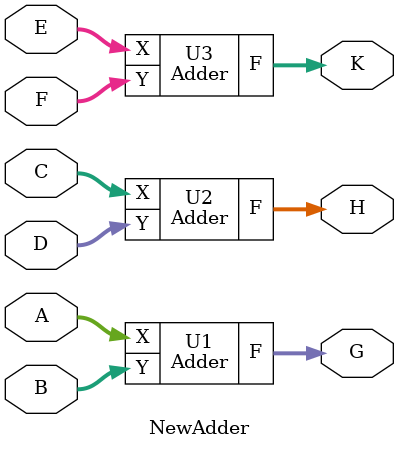
<source format=v>
module Adder(
    input [3:0] X,
    input [3:0] Y,
    output [4:0] F
);

    assign F = X + Y; 

endmodule


module NewAdder(
    input [3:0] A,
    input [3:0] B,
    input [3:0] C,
    input [3:0] D,
    input [3:0] E,
    input [3:0] F,

    output [4:0] G,
    output [4:0] H,
    output [4:0] K
);

    Adder U1(
        .X(A),
        .Y(B),
        .F(G)
    );

    Adder U2(
        .X(C),
        .Y(D),
        .F(H)
    );

    Adder U3(
        .X(E),
        .Y(F),
        .F(K)
    );

endmodule
</source>
